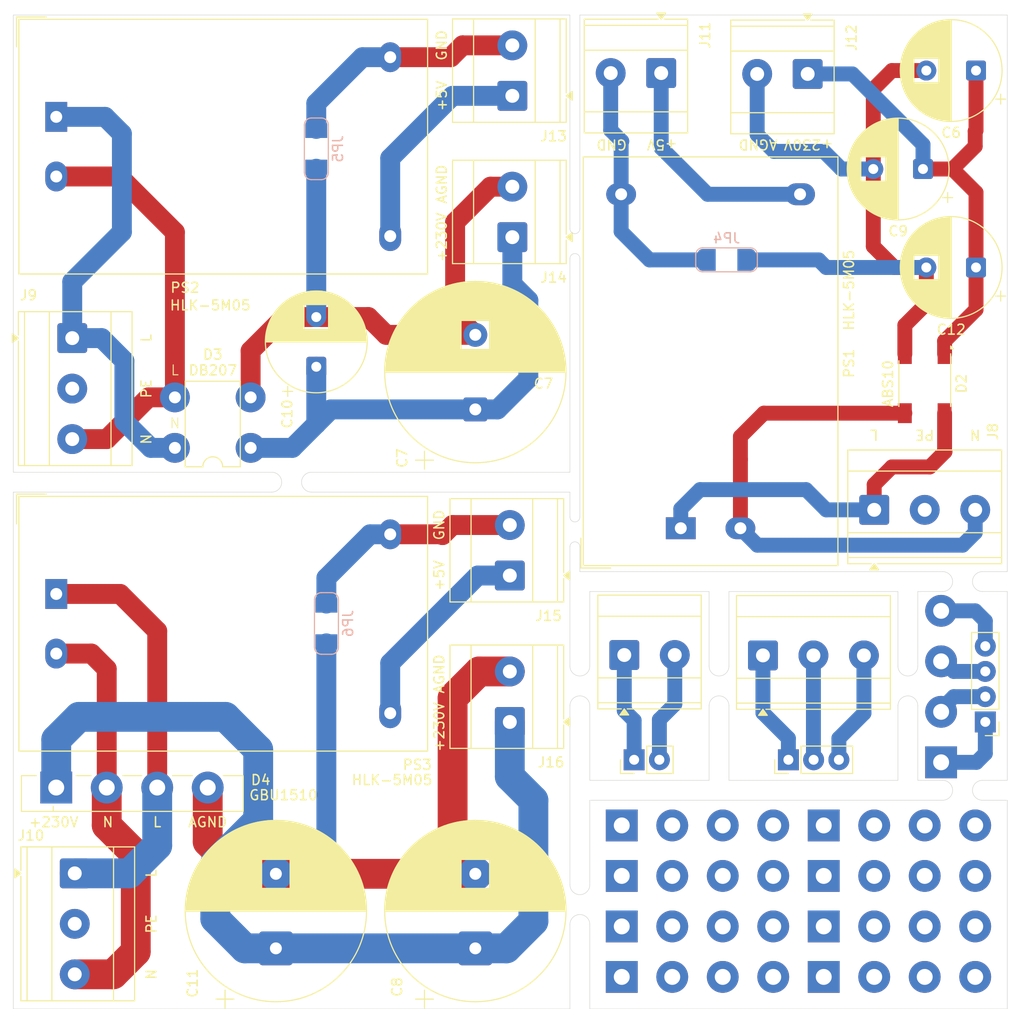
<source format=kicad_pcb>
(kicad_pcb (version 20241229) (generator "pcbnew") (generator_version "9.0")
  (layers (0 "F.Cu" signal) (2 "B.Cu" signal) (13 "F.Paste" user) (15 "B.Paste" user) (5 "F.SilkS" user "F.Silkscreen") (7 "B.SilkS" user "B.Silkscreen") (1 "F.Mask" user) (3 "B.Mask" user) (25 "Edge.Cuts" user))
  (net 0 "")
  (net 1 "/High Voltage/DC1+230V")
  (net 2 "/High Voltage/DC1-230V")
  (net 3 "/High Voltage/DC2-230V")
  (net 4 "/High Voltage/DC2+230V")
  (net 5 "/High Voltage/DC3+230V")
  (net 6 "/High Voltage/DC3-230V")
  (net 7 "/High Voltage/N1")
  (net 8 "/High Voltage/L1")
  (net 9 "/High Voltage/L2")
  (net 10 "/High Voltage/N2")
  (net 11 "/High Voltage/L3")
  (net 12 "/High Voltage/N3")
  (net 13 "/High Voltage/PE1")
  (net 14 "/High Voltage/PE2")
  (net 15 "/High Voltage/PE3")
  (net 16 "/High Voltage/DC1+5V")
  (net 17 "/High Voltage/DC1-GND")
  (net 18 "/High Voltage/DC2+5V")
  (net 19 "/High Voltage/DC2-GND")
  (net 20 "/High Voltage/DC3-GND")
  (net 21 "/High Voltage/DC3+5V")
  (net 22 "Net-(J18-Pin_2)")
  (net 23 "Net-(J18-Pin_3)")
  (net 24 "Net-(J18-Pin_1)")
  (net 25 "Net-(J19-Pin_2)")
  (net 26 "Net-(J19-Pin_1)")
  (net 59 "Net-(J1-Pin_1)")
  (net 60 "Net-(J1-Pin_3)")
  (net 61 "Net-(J1-Pin_4)")
  (net 62 "Net-(J1-Pin_2)")
  (footprint "Diode_THT:Diode_Bridge_Vishay_GBU" (layer "F.Cu") (at 131.534 126.614)
    (property "Reference" "D9" (hide yes))
    (property "Value" "GBU1510" (hide yes))
    (pad "1" thru_hole rect (at 0 0) (size 3.2 3.2) (drill 1.6) (layers "*.Cu" "*.Mask"))
    (pad "2" thru_hole circle (at 5.08 0) (size 3.2 3.2) (drill 1.6) (layers "*.Cu" "*.Mask"))
    (pad "3" thru_hole circle (at 10.16 0) (size 3.2 3.2) (drill 1.6) (layers "*.Cu" "*.Mask"))
    (pad "4" thru_hole circle (at 15.24 0) (size 3.2 3.2) (drill 1.6) (layers "*.Cu" "*.Mask"))
  )
  (footprint "Converter_ACDC:Converter_ACDC_Hi-Link_HLK-5Mxx" (layer "F.Cu") (at 54.3195 50.2455)
    (property "Reference" "PS2" (at 12.9525 17.1865 0) (layer "F.SilkS"))
    (property "Value" "HLK-5M05" (at 15.4925 18.9645 0) (layer "F.SilkS"))
    (pad "1" thru_hole rect (at 0 0) (size 2.2 3) (drill 1.2) (layers "*.Cu" "*.Mask") (net 9 "/High Voltage/L2"))
    (pad "2" thru_hole oval (at 0 6) (size 2.2 3) (drill 1.2) (layers "*.Cu" "*.Mask") (net 10 "/High Voltage/N2"))
    (pad "3" thru_hole oval (at 33.6 -6) (size 2.2 3) (drill 1.2) (layers "*.Cu" "*.Mask") (net 19 "/High Voltage/DC2-GND"))
    (pad "4" thru_hole oval (at 33.6 12) (size 2.2 3) (drill 1.2) (layers "*.Cu" "*.Mask") (net 18 "/High Voltage/DC2+5V"))
  )
  (footprint "TerminalBlock_Phoenix:TerminalBlock_Phoenix_MKDS-3-2-5.08_1x02_P5.08mm_Horizontal" (layer "F.Cu") (at 115.182 45.842 180)
    (property "Reference" "J11" (at -4.414 3.81 90) (layer "F.SilkS"))
    (property "Value" "DC-Output-5V")
    (pad "1" thru_hole roundrect (at 0 0 180) (size 3 3) (drill 1.4) (layers "*.Cu" "*.Mask") (roundrect_rratio 0.096154) (net 16 "/High Voltage/DC1+5V"))
    (pad "2" thru_hole circle (at 5.08 0 180) (size 3 3) (drill 1.4) (layers "*.Cu" "*.Mask") (net 17 "/High Voltage/DC1-GND"))
  )
  (footprint "Connector_PinHeader_2.54mm:PinHeader_1x03_P2.54mm_Vertical" (layer "F.Cu") (at 127.978 114.93 90)
    (property "Reference" "J20")
    (property "Value" "PinHeader")
    (pad "1" thru_hole rect (at 0 0 90) (size 2.1 2.1) (drill 1) (layers "*.Cu" "*.Mask") (net 24 "Net-(J18-Pin_1)"))
    (pad "2" thru_hole circle (at 0 2.54 90) (size 2.1 2.1) (drill 1) (layers "*.Cu" "*.Mask") (net 22 "Net-(J18-Pin_2)"))
    (pad "3" thru_hole circle (at 0 5.08 90) (size 2.1 2.1) (drill 1) (layers "*.Cu" "*.Mask") (net 23 "Net-(J18-Pin_3)"))
  )
  (footprint "Diode_THT:Diode_Bridge_Vishay_GBU" (layer "F.Cu") (at 131.534 131.694)
    (property "Reference" "D10" (hide yes))
    (property "Value" "GBU1510" (hide yes))
    (pad "1" thru_hole rect (at 0 0) (size 3.2 3.2) (drill 1.6) (layers "*.Cu" "*.Mask"))
    (pad "2" thru_hole circle (at 5.08 0) (size 3.2 3.2) (drill 1.6) (layers "*.Cu" "*.Mask"))
    (pad "3" thru_hole circle (at 10.16 0) (size 3.2 3.2) (drill 1.6) (layers "*.Cu" "*.Mask"))
    (pad "4" thru_hole circle (at 15.24 0) (size 3.2 3.2) (drill 1.6) (layers "*.Cu" "*.Mask"))
  )
  (footprint "Diode_THT:Diode_Bridge_Vishay_GBU" (layer "F.Cu") (at 111.214 121.534)
    (property "Reference" "D5" (hide yes))
    (property "Value" "GBU1510" (hide yes))
    (pad "1" thru_hole rect (at 0 0) (size 3.2 3.2) (drill 1.6) (layers "*.Cu" "*.Mask"))
    (pad "2" thru_hole circle (at 5.08 0) (size 3.2 3.2) (drill 1.6) (layers "*.Cu" "*.Mask"))
    (pad "3" thru_hole circle (at 10.16 0) (size 3.2 3.2) (drill 1.6) (layers "*.Cu" "*.Mask"))
    (pad "4" thru_hole circle (at 15.24 0) (size 3.2 3.2) (drill 1.6) (layers "*.Cu" "*.Mask"))
  )
  (footprint "TerminalBlock_Phoenix:TerminalBlock_Phoenix_MKDS-3-3-5.08_1x03_P5.08mm_Horizontal" (layer "F.Cu") (at 136.614 89.784)
    (property "Reference" "J8" (at 11.938 -7.874 90) (layer "F.SilkS"))
    (property "Value" "AC-Input-230V")
    (pad "1" thru_hole roundrect (at 0 0) (size 3 3) (drill 1.4) (layers "*.Cu" "*.Mask") (roundrect_rratio 0.096154) (net 8 "/High Voltage/L1"))
    (pad "2" thru_hole circle (at 5.08 0) (size 3 3) (drill 1.4) (layers "*.Cu" "*.Mask") (net 13 "/High Voltage/PE1"))
    (pad "3" thru_hole circle (at 10.16 0) (size 3 3) (drill 1.4) (layers "*.Cu" "*.Mask") (net 7 "/High Voltage/N1"))
  )
  (footprint "TerminalBlock_Phoenix:TerminalBlock_Phoenix_MKDS-3-3-5.08_1x03_P5.08mm_Horizontal" (layer "F.Cu") (at 55.9285 72.507 -90)
    (property "Reference" "J9" (at -4.313 4.4045 180) (layer "F.SilkS"))
    (property "Value" "AC-Input-230V")
    (pad "1" thru_hole roundrect (at 0 0 270) (size 3 3) (drill 1.4) (layers "*.Cu" "*.Mask") (roundrect_rratio 0.096154) (net 9 "/High Voltage/L2"))
    (pad "2" thru_hole circle (at 5.08 0 270) (size 3 3) (drill 1.4) (layers "*.Cu" "*.Mask") (net 14 "/High Voltage/PE2"))
    (pad "3" thru_hole circle (at 10.16 0 270) (size 3 3) (drill 1.4) (layers "*.Cu" "*.Mask") (net 10 "/High Voltage/N2"))
  )
  (footprint "Capacitor_THT:CP_Radial_D10.0mm_P5.00mm" (layer "F.Cu") (at 146.855677 45.588 180)
    (property "Reference" "C6" (at 2.5 -6.25 0) (layer "F.SilkS"))
    (property "Value" "6.8uF")
    (pad "1" thru_hole roundrect (at 0 0 180) (size 2 2) (drill 1) (layers "*.Cu" "*.Mask") (roundrect_rratio 0.125) (net 1 "/High Voltage/DC1+230V"))
    (pad "2" thru_hole circle (at 5 0 180) (size 2 2) (drill 1) (layers "*.Cu" "*.Mask") (net 2 "/High Voltage/DC1-230V"))
  )
  (footprint "TerminalBlock_Phoenix:TerminalBlock_Phoenix_MKDS-3-2-5.08_1x02_P5.08mm_Horizontal" (layer "F.Cu") (at 111.468 104.389)
    (property "Reference" "J19")
    (property "Value" "TerminalBlock")
    (pad "1" thru_hole roundrect (at 0 0) (size 3 3) (drill 1.4) (layers "*.Cu" "*.Mask") (roundrect_rratio 0.096154) (net 26 "Net-(J19-Pin_1)"))
    (pad "2" thru_hole circle (at 5.08 0) (size 3 3) (drill 1.4) (layers "*.Cu" "*.Mask") (net 25 "Net-(J19-Pin_2)"))
  )
  (footprint "Diode_THT:Diode_Bridge_Vishay_GBU" (layer "F.Cu") (at 54.318 117.724)
    (property "Reference" "D4" (at 20.574 -0.762 0) (layer "F.SilkS"))
    (property "Value" "GBU1510" (at 22.86 0.762 0) (layer "F.SilkS"))
    (pad "1" thru_hole rect (at 0 0) (size 3.2 3.2) (drill 1.6) (layers "*.Cu" "*.Mask") (net 5 "/High Voltage/DC3+230V"))
    (pad "2" thru_hole circle (at 5.08 0) (size 3.2 3.2) (drill 1.6) (layers "*.Cu" "*.Mask") (net 12 "/High Voltage/N3"))
    (pad "3" thru_hole circle (at 10.16 0) (size 3.2 3.2) (drill 1.6) (layers "*.Cu" "*.Mask") (net 11 "/High Voltage/L3"))
    (pad "4" thru_hole circle (at 15.24 0) (size 3.2 3.2) (drill 1.6) (layers "*.Cu" "*.Mask") (net 6 "/High Voltage/DC3-230V"))
  )
  (footprint "Capacitor_THT:CP_Radial_D18.0mm_P7.50mm" (layer "F.Cu") (at 96.482 79.67778 90)
    (property "Reference" "C7" (at 2.59378 6.858 180) (layer "F.SilkS"))
    (property "Value" "100uF")
    (fp_text user "${REFERENCE}" (at -4.89922 -7.366 90) (layer "F.SilkS"))
    (pad "1" thru_hole roundrect (at 0 0 90) (size 2.4 2.4) (drill 1.2) (layers "*.Cu" "*.Mask") (roundrect_rratio 0.104167) (net 4 "/High Voltage/DC2+230V"))
    (pad "2" thru_hole circle (at 7.5 0 90) (size 2.4 2.4) (drill 1.2) (layers "*.Cu" "*.Mask") (net 3 "/High Voltage/DC2-230V"))
  )
  (footprint "Converter_ACDC:Converter_ACDC_Hi-Link_HLK-5Mxx" (layer "F.Cu") (at 54.3195 98.2455)
    (property "Reference" "PS3" (at 36.3205 17.1925 0) (layer "F.SilkS"))
    (property "Value" "HLK-5M05" (at 33.7805 18.7165 0) (layer "F.SilkS"))
    (pad "1" thru_hole rect (at 0 0) (size 2.2 3) (drill 1.2) (layers "*.Cu" "*.Mask") (net 11 "/High Voltage/L3"))
    (pad "2" thru_hole oval (at 0 6) (size 2.2 3) (drill 1.2) (layers "*.Cu" "*.Mask") (net 12 "/High Voltage/N3"))
    (pad "3" thru_hole oval (at 33.6 -6) (size 2.2 3) (drill 1.2) (layers "*.Cu" "*.Mask") (net 20 "/High Voltage/DC3-GND"))
    (pad "4" thru_hole oval (at 33.6 12) (size 2.2 3) (drill 1.2) (layers "*.Cu" "*.Mask") (net 21 "/High Voltage/DC3+5V"))
  )
  (footprint "Diode_THT:Diode_Bridge_Vishay_GBU" (layer "F.Cu") (at 111.214 131.694)
    (property "Reference" "D7" (hide yes))
    (property "Value" "GBU1510" (hide yes))
    (pad "1" thru_hole rect (at 0 0) (size 3.2 3.2) (drill 1.6) (layers "*.Cu" "*.Mask"))
    (pad "2" thru_hole circle (at 5.08 0) (size 3.2 3.2) (drill 1.6) (layers "*.Cu" "*.Mask"))
    (pad "3" thru_hole circle (at 10.16 0) (size 3.2 3.2) (drill 1.6) (layers "*.Cu" "*.Mask"))
    (pad "4" thru_hole circle (at 15.24 0) (size 3.2 3.2) (drill 1.6) (layers "*.Cu" "*.Mask"))
  )
  (footprint "Diode_THT:Diode_Bridge_Vishay_GBU" (layer "F.Cu") (at 111.214 136.774)
    (property "Reference" "D8" (hide yes))
    (property "Value" "GBU1510" (hide yes))
    (pad "1" thru_hole rect (at 0 0) (size 3.2 3.2) (drill 1.6) (layers "*.Cu" "*.Mask"))
    (pad "2" thru_hole circle (at 5.08 0) (size 3.2 3.2) (drill 1.6) (layers "*.Cu" "*.Mask"))
    (pad "3" thru_hole circle (at 10.16 0) (size 3.2 3.2) (drill 1.6) (layers "*.Cu" "*.Mask"))
    (pad "4" thru_hole circle (at 15.24 0) (size 3.2 3.2) (drill 1.6) (layers "*.Cu" "*.Mask"))
  )
  (footprint "Capacitor_THT:CP_Radial_D18.0mm_P7.50mm" (layer "F.Cu") (at 76.416 133.90178 90)
    (property "Reference" "C11" (at -3.50722 -8.382 90) (layer "F.SilkS"))
    (property "Value" "100uF")
    (pad "1" thru_hole roundrect (at 0 0 90) (size 3.4 3.4) (drill 1.2) (layers "*.Cu" "*.Mask") (roundrect_rratio 0.104167) (net 5 "/High Voltage/DC3+230V"))
    (pad "2" thru_hole circle (at 7.5 0 90) (size 3.4 3.4) (drill 1.2) (layers "*.Cu" "*.Mask") (net 6 "/High Voltage/DC3-230V"))
  )
  (footprint "TerminalBlock_Phoenix:TerminalBlock_Phoenix_MKDS-3-3-5.08_1x03_P5.08mm_Horizontal" (layer "F.Cu") (at 125.418 104.4295)
    (property "Reference" "J18")
    (property "Value" "TerminalBlock")
    (pad "1" thru_hole roundrect (at 0 0) (size 3 3) (drill 1.4) (layers "*.Cu" "*.Mask") (roundrect_rratio 0.096154) (net 24 "Net-(J18-Pin_1)"))
    (pad "2" thru_hole circle (at 5.08 0) (size 3 3) (drill 1.4) (layers "*.Cu" "*.Mask") (net 22 "Net-(J18-Pin_2)"))
    (pad "3" thru_hole circle (at 10.16 0) (size 3 3) (drill 1.4) (layers "*.Cu" "*.Mask") (net 23 "Net-(J18-Pin_3)"))
  )
  (footprint "TerminalBlock_Phoenix:TerminalBlock_Phoenix_MKDS-3-2-5.08_1x02_P5.08mm_Horizontal" (layer "F.Cu") (at 99.9515 96.393 90)
    (property "Reference" "J15" (at -4.059 3.8965 180) (layer "F.SilkS"))
    (property "Value" "DC-Output-5V")
    (pad "1" thru_hole roundrect (at 0 0 90) (size 3 3) (drill 1.4) (layers "*.Cu" "*.Mask") (roundrect_rratio 0.096154) (net 21 "/High Voltage/DC3+5V"))
    (pad "2" thru_hole circle (at 5.08 0 90) (size 3 3) (drill 1.4) (layers "*.Cu" "*.Mask") (net 20 "/High Voltage/DC3-GND"))
  )
  (footprint "Diode_SMD:Diode_Bridge_Diotec_ABS" (layer "F.Cu") (at 141.694 77.084 -90)
    (property "Reference" "D2" (at 0 -3.7 90) (layer "F.SilkS"))
    (property "Value" "ABS10" (at 0 3.7 90) (layer "F.SilkS"))
    (pad "1" smd rect (at -2.975 -2 270) (size 2 1.4) (layers "F.Cu" "F.Mask" "F.Paste") (net 1 "/High Voltage/DC1+230V"))
    (pad "2" smd rect (at -2.975 2 270) (size 2 1.4) (layers "F.Cu" "F.Mask" "F.Paste") (net 2 "/High Voltage/DC1-230V"))
    (pad "3" smd rect (at 2.975 2 270) (size 2 1.4) (layers "F.Cu" "F.Mask" "F.Paste") (net 7 "/High Voltage/N1"))
    (pad "4" smd rect (at 2.975 -2 270) (size 2 1.4) (layers "F.Cu" "F.Mask" "F.Paste") (net 8 "/High Voltage/L1"))
  )
  (footprint "Diode_THT:Diode_Bridge_Vishay_GBU" (layer "F.Cu") (at 143.345 115.184 90)
    (property "Reference" "J1" (hide yes))
    (property "Value" "PinHeader" (hide yes))
    (pad "1" thru_hole rect (at 0 0 90) (size 3.2 3.2) (drill 1.6) (layers "*.Cu" "*.Mask") (net 59 "Net-(J1-Pin_1)"))
    (pad "2" thru_hole circle (at 5.08 0 90) (size 3.2 3.2) (drill 1.6) (layers "*.Cu" "*.Mask") (net 62 "Net-(J1-Pin_2)"))
    (pad "3" thru_hole circle (at 10.16 0 90) (size 3.2 3.2) (drill 1.6) (layers "*.Cu" "*.Mask") (net 60 "Net-(J1-Pin_3)"))
    (pad "4" thru_hole circle (at 15.24 0 90) (size 3.2 3.2) (drill 1.6) (layers "*.Cu" "*.Mask") (net 61 "Net-(J1-Pin_4)"))
  )
  (footprint "Diode_THT:Diode_Bridge_Vishay_GBU" (layer "F.Cu") (at 131.534 136.774)
    (property "Reference" "D11" (hide yes))
    (property "Value" "GBU1510" (hide yes))
    (pad "1" thru_hole rect (at 0 0) (size 3.2 3.2) (drill 1.6) (layers "*.Cu" "*.Mask"))
    (pad "2" thru_hole circle (at 5.08 0) (size 3.2 3.2) (drill 1.6) (layers "*.Cu" "*.Mask"))
    (pad "3" thru_hole circle (at 10.16 0) (size 3.2 3.2) (drill 1.6) (layers "*.Cu" "*.Mask"))
    (pad "4" thru_hole circle (at 15.24 0) (size 3.2 3.2) (drill 1.6) (layers "*.Cu" "*.Mask"))
  )
  (footprint "Capacitor_THT:CP_Radial_D18.0mm_P7.50mm" (layer "F.Cu") (at 96.482 133.90178 90)
    (property "Reference" "C8" (at -3.88822 -7.874 90) (layer "F.SilkS"))
    (property "Value" "100uF")
    (pad "1" thru_hole roundrect (at 0 0 90) (size 3.4 3.4) (drill 1.2) (layers "*.Cu" "*.Mask") (roundrect_rratio 0.104167) (net 5 "/High Voltage/DC3+230V"))
    (pad "2" thru_hole circle (at 7.5 0 90) (size 3.4 3.4) (drill 1.2) (layers "*.Cu" "*.Mask") (net 6 "/High Voltage/DC3-230V"))
  )
  (footprint "TerminalBlock_Phoenix:TerminalBlock_Phoenix_MKDS-3-2-5.08_1x02_P5.08mm_Horizontal" (layer "F.Cu") (at 129.919 45.9285 180)
    (property "Reference" "J12" (at -4.409 3.6425 90) (layer "F.SilkS"))
    (property "Value" "DC-Output-230V")
    (pad "1" thru_hole roundrect (at 0 0 180) (size 3 3) (drill 1.4) (layers "*.Cu" "*.Mask") (roundrect_rratio 0.096154) (net 1 "/High Voltage/DC1+230V"))
    (pad "2" thru_hole circle (at 5.08 0 180) (size 3 3) (drill 1.4) (layers "*.Cu" "*.Mask") (net 2 "/High Voltage/DC1-230V"))
  )
  (footprint "TerminalBlock_Phoenix:TerminalBlock_Phoenix_MKDS-3-2-5.08_1x02_P5.08mm_Horizontal" (layer "F.Cu") (at 99.9515 111.125 90)
    (property "Reference" "J16" (at -4.059 4.1505 180) (layer "F.SilkS"))
    (property "Value" "DC-Output-230V")
    (pad "1" thru_hole roundrect (at 0 0 90) (size 3 3) (drill 1.4) (layers "*.Cu" "*.Mask") (roundrect_rratio 0.096154) (net 5 "/High Voltage/DC3+230V"))
    (pad "2" thru_hole circle (at 5.08 0 90) (size 3 3) (drill 1.4) (layers "*.Cu" "*.Mask") (net 6 "/High Voltage/DC3-230V"))
  )
  (footprint "TerminalBlock_Phoenix:TerminalBlock_Phoenix_MKDS-3-2-5.08_1x02_P5.08mm_Horizontal" (layer "F.Cu") (at 100.2055 48.133 90)
    (property "Reference" "J13" (at -4.059 4.1505 180) (layer "F.SilkS"))
    (property "Value" "DC-Output-5V")
    (pad "1" thru_hole roundrect (at 0 0 90) (size 3 3) (drill 1.4) (layers "*.Cu" "*.Mask") (roundrect_rratio 0.096154) (net 18 "/High Voltage/DC2+5V"))
    (pad "2" thru_hole circle (at 5.08 0 90) (size 3 3) (drill 1.4) (layers "*.Cu" "*.Mask") (net 19 "/High Voltage/DC2-GND"))
  )
  (footprint "Diode_THT:Diode_Bridge_Vishay_GBU" (layer "F.Cu") (at 131.534 121.534)
    (property "Reference" "D1" (hide yes))
    (property "Value" "GBU1510" (hide yes))
    (pad "1" thru_hole rect (at 0 0) (size 3.2 3.2) (drill 1.6) (layers "*.Cu" "*.Mask"))
    (pad "2" thru_hole circle (at 5.08 0) (size 3.2 3.2) (drill 1.6) (layers "*.Cu" "*.Mask"))
    (pad "3" thru_hole circle (at 10.16 0) (size 3.2 3.2) (drill 1.6) (layers "*.Cu" "*.Mask"))
    (pad "4" thru_hole circle (at 15.24 0) (size 3.2 3.2) (drill 1.6) (layers "*.Cu" "*.Mask"))
  )
  (footprint "Capacitor_THT:CP_Radial_D10.0mm_P5.00mm" (layer "F.Cu") (at 146.855677 65.4 180)
    (property "Reference" "C12" (at 2.5 -6.25 0) (layer "F.SilkS"))
    (property "Value" "6.8uF")
    (pad "1" thru_hole roundrect (at 0 0 180) (size 2 2) (drill 1) (layers "*.Cu" "*.Mask") (roundrect_rratio 0.125) (net 1 "/High Voltage/DC1+230V"))
    (pad "2" thru_hole circle (at 5 0 180) (size 2 2) (drill 1) (layers "*.Cu" "*.Mask") (net 2 "/High Voltage/DC1-230V"))
  )
  (footprint "Connector_PinHeader_2.54mm:PinHeader_1x02_P2.54mm_Vertical" (layer "F.Cu") (at 112.46 114.93 90)
    (property "Reference" "J21")
    (property "Value" "PinHeader")
    (pad "1" thru_hole rect (at 0 0 90) (size 2.1 2.1) (drill 1) (layers "*.Cu" "*.Mask") (net 26 "Net-(J19-Pin_1)"))
    (pad "2" thru_hole circle (at 0 2.54 90) (size 2.1 2.1) (drill 1) (layers "*.Cu" "*.Mask") (net 25 "Net-(J19-Pin_2)"))
  )
  (footprint "Diode_THT:Diode_Bridge_DIP-4_W7.62mm_P5.08mm" (layer "F.Cu") (at 73.876 83.548 180)
    (property "Reference" "D3" (at 3.81 9.385 0) (layer "F.SilkS"))
    (property "Value" "DB207" (at 3.8 7.8 0) (layer "F.SilkS"))
    (pad "1" thru_hole oval (at 0 0 180) (size 3 3) (drill 1.2) (layers "*.Cu" "*.Mask") (net 4 "/High Voltage/DC2+230V"))
    (pad "2" thru_hole oval (at 0 5.08 180) (size 3 3) (drill 1.2) (layers "*.Cu" "*.Mask") (net 3 "/High Voltage/DC2-230V"))
    (pad "3" thru_hole oval (at 7.62 5.08 180) (size 3 3) (drill 1.2) (layers "*.Cu" "*.Mask") (net 10 "/High Voltage/N2"))
    (pad "4" thru_hole oval (at 7.62 0 180) (size 3 3) (drill 1.2) (layers "*.Cu" "*.Mask") (net 9 "/High Voltage/L2"))
  )
  (footprint "Capacitor_THT:CP_Radial_D10.0mm_P5.00mm" (layer "F.Cu") (at 80.48 75.387677 90)
    (property "Reference" "C10" (at -4.744323 -2.921 90) (layer "F.SilkS"))
    (property "Value" "6.8uF")
    (pad "1" thru_hole roundrect (at 0 0 90) (size 2 2) (drill 1) (layers "*.Cu" "*.Mask") (roundrect_rratio 0.125) (net 4 "/High Voltage/DC2+230V"))
    (pad "2" thru_hole circle (at 5 0 90) (size 2 2) (drill 1) (layers "*.Cu" "*.Mask") (net 3 "/High Voltage/DC2-230V"))
  )
  (footprint "TerminalBlock_Phoenix:TerminalBlock_Phoenix_MKDS-3-3-5.08_1x03_P5.08mm_Horizontal" (layer "F.Cu") (at 56.1825 126.355 -90)
    (property "Reference" "J10" (at -3.805 4.4045 180) (layer "F.SilkS"))
    (property "Value" "AC-Input-230V")
    (pad "1" thru_hole roundrect (at 0 0 270) (size 3 3) (drill 1.4) (layers "*.Cu" "*.Mask") (roundrect_rratio 0.096154) (net 11 "/High Voltage/L3"))
    (pad "2" thru_hole circle (at 5.08 0 270) (size 3 3) (drill 1.4) (layers "*.Cu" "*.Mask") (net 15 "/High Voltage/PE3"))
    (pad "3" thru_hole circle (at 10.16 0 270) (size 3 3) (drill 1.4) (layers "*.Cu" "*.Mask") (net 12 "/High Voltage/N3"))
  )
  (footprint "TerminalBlock_Phoenix:TerminalBlock_Phoenix_MKDS-3-2-5.08_1x02_P5.08mm_Horizontal" (layer "F.Cu") (at 100.2055 62.352 90)
    (property "Reference" "J14" (at -4.064 4.1505 180) (layer "F.SilkS"))
    (property "Value" "DC-Output-230V")
    (pad "1" thru_hole roundrect (at 0 0 90) (size 3 3) (drill 1.4) (layers "*.Cu" "*.Mask") (roundrect_rratio 0.096154) (net 4 "/High Voltage/DC2+230V"))
    (pad "2" thru_hole circle (at 5.08 0 90) (size 3 3) (drill 1.4) (layers "*.Cu" "*.Mask") (net 3 "/High Voltage/DC2-230V"))
  )
  (footprint "Connector_PinHeader_2.54mm:PinHeader_1x04_P2.54mm_Vertical" (layer "F.Cu") (at 147.79 111.12 180)
    (property "Reference" "J2")
    (property "Value" "PinHeader")
    (pad "1" thru_hole rect (at 0 0 180) (size 2.1 2.1) (drill 1) (layers "*.Cu" "*.Mask") (net 59 "Net-(J1-Pin_1)"))
    (pad "2" thru_hole circle (at 0 2.54 180) (size 2.1 2.1) (drill 1) (layers "*.Cu" "*.Mask") (net 62 "Net-(J1-Pin_2)"))
    (pad "3" thru_hole circle (at 0 5.08 180) (size 2.1 2.1) (drill 1) (layers "*.Cu" "*.Mask") (net 60 "Net-(J1-Pin_3)"))
    (pad "4" thru_hole circle (at 0 7.62 180) (size 2.1 2.1) (drill 1) (layers "*.Cu" "*.Mask") (net 61 "Net-(J1-Pin_4)"))
  )
  (footprint "Capacitor_THT:CP_Radial_D10.0mm_P5.00mm" (layer "F.Cu") (at 141.521677 55.494 180)
    (property "Reference" "C9" (at 2.5 -6.25 0) (layer "F.SilkS"))
    (property "Value" "6.8uF")
    (pad "1" thru_hole roundrect (at 0 0 180) (size 2 2) (drill 1) (layers "*.Cu" "*.Mask") (roundrect_rratio 0.125) (net 1 "/High Voltage/DC1+230V"))
    (pad "2" thru_hole circle (at 5 0 180) (size 2 2) (drill 1) (layers "*.Cu" "*.Mask") (net 2 "/High Voltage/DC1-230V"))
  )
  (footprint "Converter_ACDC:Converter_ACDC_Hi-Link_HLK-5Mxx" (layer "F.Cu") (at 117.152 91.634 90)
    (property "Reference" "PS1" (at 16.582 16.922 90) (layer "F.SilkS"))
    (property "Value" "HLK-5M05" (at 23.948 16.922 90) (layer "F.SilkS"))
    (pad "1" thru_hole rect (at 0 0 90) (size 2.2 3) (drill 1.2) (layers "*.Cu" "*.Mask") (net 8 "/High Voltage/L1"))
    (pad "2" thru_hole oval (at 0 6 90) (size 2.2 3) (drill 1.2) (layers "*.Cu" "*.Mask") (net 7 "/High Voltage/N1"))
    (pad "3" thru_hole oval (at 33.6 -6 90) (size 2.2 3) (drill 1.2) (layers "*.Cu" "*.Mask") (net 17 "/High Voltage/DC1-GND"))
    (pad "4" thru_hole oval (at 33.6 12 90) (size 2.2 3) (drill 1.2) (layers "*.Cu" "*.Mask") (net 16 "/High Voltage/DC1+5V"))
  )
  (footprint "Diode_THT:Diode_Bridge_Vishay_GBU" (layer "F.Cu") (at 111.214 126.614)
    (property "Reference" "D6" (hide yes))
    (property "Value" "GBU1510" (hide yes))
    (pad "1" thru_hole rect (at 0 0) (size 3.2 3.2) (drill 1.6) (layers "*.Cu" "*.Mask"))
    (pad "2" thru_hole circle (at 5.08 0) (size 3.2 3.2) (drill 1.6) (layers "*.Cu" "*.Mask"))
    (pad "3" thru_hole circle (at 10.16 0) (size 3.2 3.2) (drill 1.6) (layers "*.Cu" "*.Mask"))
    (pad "4" thru_hole circle (at 15.24 0) (size 3.2 3.2) (drill 1.6) (layers "*.Cu" "*.Mask"))
  )
  (footprint "zhaw:SolderJumper-2" (layer "B.Cu") (at 80.48 53.462 90)
    (property "Reference" "JP5" (at -0.01 2.18 270) (layer "B.SilkS") (effects (justify mirror)))
    (property "Value" "Jump-")
    (pad "1" smd custom (at -2 0 90) (size 1.82 1.2) (layers "B.Cu" "B.Mask") (net 3 "/High Voltage/DC2-230V") (options (clearance outline) (anchor rect)) (primitives (gr_circle (center -0.4125 -0.6) (end -0.4125 -1.1) (width 0) (fill yes)) (gr_circle (center -0.4125 0.6) (end -0.4125 1.1) (width 0) (fill yes)) (gr_poly (pts (xy 0.91 -1.1) (xy -0.4 -1.1) (xy -0.4 1.1) (xy 0.91 1.1)) (width 0) (fill yes))))
    (pad "2" smd custom (at 2 0 90) (size 1.82 1.2) (layers "B.Cu" "B.Mask") (net 19 "/High Voltage/DC2-GND") (options (clearance outline) (anchor rect)) (primitives (gr_circle (center 0.41 0.6) (end 0.91 0.6) (width 0) (fill yes)) (gr_circle (center 0.41 -0.6) (end 0.91 -0.6) (width 0) (fill yes)) (gr_poly (pts (xy 0.41 -1.1) (xy -0.91 -1.1) (xy -0.91 1.1) (xy 0.41 1.1)) (width 0) (fill yes))))
  )
  (footprint "zhaw:SolderJumper-2" (layer "B.Cu") (at 121.755 64.638 180)
    (property "Reference" "JP4" (at -0.01 2.18 0) (layer "B.SilkS") (effects (justify mirror)))
    (property "Value" "Jump-")
    (pad "1" smd custom (at -2 0 180) (size 1.82 1.2) (layers "B.Cu" "B.Mask") (net 2 "/High Voltage/DC1-230V") (options (clearance outline) (anchor rect)) (primitives (gr_circle (center -0.4125 -0.6) (end -0.4125 -1.1) (width 0) (fill yes)) (gr_circle (center -0.4125 0.6) (end -0.4125 1.1) (width 0) (fill yes)) (gr_poly (pts (xy 0.91 -1.1) (xy -0.4 -1.1) (xy -0.4 1.1) (xy 0.91 1.1)) (width 0) (fill yes))))
    (pad "2" smd custom (at 2 0 180) (size 1.82 1.2) (layers "B.Cu" "B.Mask") (net 17 "/High Voltage/DC1-GND") (options (clearance outline) (anchor rect)) (primitives (gr_circle (center 0.41 0.6) (end 0.91 0.6) (width 0) (fill yes)) (gr_circle (center 0.41 -0.6) (end 0.91 -0.6) (width 0) (fill yes)) (gr_poly (pts (xy 0.41 -1.1) (xy -0.91 -1.1) (xy -0.91 1.1) (xy 0.41 1.1)) (width 0) (fill yes))))
  )
  (footprint "zhaw:SolderJumper-2" (layer "B.Cu") (at 81.496 101.214 90)
    (property "Reference" "JP6" (at -0.01 2.18 270) (layer "B.SilkS") (effects (justify mirror)))
    (property "Value" "Jump-")
    (pad "1" smd custom (at -2 0 90) (size 1.82 1.2) (layers "B.Cu" "B.Mask") (net 6 "/High Voltage/DC3-230V") (options (clearance outline) (anchor rect)) (primitives (gr_circle (center -0.4125 -0.6) (end -0.4125 -1.1) (width 0) (fill yes)) (gr_circle (center -0.4125 0.6) (end -0.4125 1.1) (width 0) (fill yes)) (gr_poly (pts (xy 0.91 -1.1) (xy -0.4 -1.1) (xy -0.4 1.1) (xy 0.91 1.1)) (width 0) (fill yes))))
    (pad "2" smd custom (at 2 0 90) (size 1.82 1.2) (layers "B.Cu" "B.Mask") (net 20 "/High Voltage/DC3-GND") (options (clearance outline) (anchor rect)) (primitives (gr_circle (center 0.41 0.6) (end 0.91 0.6) (width 0) (fill yes)) (gr_circle (center 0.41 -0.6) (end 0.91 -0.6) (width 0) (fill yes)) (gr_poly (pts (xy 0.41 -1.1) (xy -0.91 -1.1) (xy -0.91 1.1) (xy 0.41 1.1)) (width 0) (fill yes))))
  )
  (gr_arc (start 107 61.5) (mid 106.5 62) (end 106 61.5) (stroke (width 0.05)) (layer "Edge.Cuts"))
  (gr_line (start 107 61.5) (end 107 40) (stroke (width 0.05)) (layer "Edge.Cuts"))
  (gr_line (start 107 96) (end 143.5 96) (stroke (width 0.05)) (layer "Edge.Cuts"))
  (gr_line (start 107 93.5) (end 107 96) (stroke (width 0.05)) (layer "Edge.Cuts"))
  (gr_line (start 50 40) (end 106 40) (stroke (width 0.05)) (layer "Edge.Cuts"))
  (gr_line (start 108 98) (end 108 105.5) (stroke (width 0.05)) (layer "Edge.Cuts"))
  (gr_arc (start 106 64.5) (mid 106.5 64) (end 107 64.5) (stroke (width 0.05)) (layer "Edge.Cuts"))
  (gr_line (start 150 40) (end 150 96) (stroke (width 0.05)) (layer "Edge.Cuts"))
  (gr_line (start 106 131.5) (end 106 140) (stroke (width 0.05)) (layer "Edge.Cuts"))
  (gr_line (start 50 140) (end 50 88) (stroke (width 0.05)) (layer "Edge.Cuts"))
  (gr_line (start 139 109.5) (end 139 117) (stroke (width 0.05)) (layer "Edge.Cuts"))
  (gr_line (start 107 64.5) (end 107 90.5) (stroke (width 0.05)) (layer "Edge.Cuts"))
  (gr_line (start 80 88) (end 106 88) (stroke (width 0.05)) (layer "Edge.Cuts"))
  (gr_line (start 141 98) (end 141 105.5) (stroke (width 0.05)) (layer "Edge.Cuts"))
  (gr_line (start 120 98) (end 120 105.5) (stroke (width 0.05)) (layer "Edge.Cuts"))
  (gr_arc (start 106 93.5) (mid 106.5 93) (end 107 93.5) (stroke (width 0.05)) (layer "Edge.Cuts"))
  (gr_line (start 108 119) (end 108 127.5) (stroke (width 0.05)) (layer "Edge.Cuts"))
  (gr_line (start 106 64.5) (end 106 86) (stroke (width 0.05)) (layer "Edge.Cuts"))
  (gr_line (start 147.5 119) (end 150 119) (stroke (width 0.05)) (layer "Edge.Cuts"))
  (gr_line (start 108 109.5) (end 108 117) (stroke (width 0.05)) (layer "Edge.Cuts"))
  (gr_line (start 106 88) (end 106 90.5) (stroke (width 0.05)) (layer "Edge.Cuts"))
  (gr_line (start 108 140) (end 150 140) (stroke (width 0.05)) (layer "Edge.Cuts"))
  (gr_arc (start 106 131.5) (mid 107 130.5) (end 108 131.5) (stroke (width 0.05)) (layer "Edge.Cuts"))
  (gr_arc (start 139 109.5) (mid 140 108.5) (end 141 109.5) (stroke (width 0.05)) (layer "Edge.Cuts"))
  (gr_arc (start 147.5 98) (mid 146.5 97) (end 147.5 96) (stroke (width 0.05)) (layer "Edge.Cuts"))
  (gr_arc (start 80 88) (mid 79 87) (end 80 86) (stroke (width 0.05)) (layer "Edge.Cuts"))
  (gr_line (start 76 86) (end 50 86) (stroke (width 0.05)) (layer "Edge.Cuts"))
  (gr_arc (start 120 109.5) (mid 121 108.5) (end 122 109.5) (stroke (width 0.05)) (layer "Edge.Cuts"))
  (gr_arc (start 106 109.5) (mid 107 108.5) (end 108 109.5) (stroke (width 0.05)) (layer "Edge.Cuts"))
  (gr_line (start 106 109.5) (end 106 127.5) (stroke (width 0.05)) (layer "Edge.Cuts"))
  (gr_line (start 139 105.5) (end 139 98) (stroke (width 0.05)) (layer "Edge.Cuts"))
  (gr_line (start 122 117) (end 139 117) (stroke (width 0.05)) (layer "Edge.Cuts"))
  (gr_line (start 143.5 98) (end 141 98) (stroke (width 0.05)) (layer "Edge.Cuts"))
  (gr_line (start 147.5 117) (end 150 117) (stroke (width 0.05)) (layer "Edge.Cuts"))
  (gr_line (start 122 98) (end 122 105.5) (stroke (width 0.05)) (layer "Edge.Cuts"))
  (gr_arc (start 122 105.5) (mid 121 106.5) (end 120 105.5) (stroke (width 0.05)) (layer "Edge.Cuts"))
  (gr_arc (start 147.5 119) (mid 146.5 118) (end 147.5 117) (stroke (width 0.05)) (layer "Edge.Cuts"))
  (gr_arc (start 107 90.5) (mid 106.5 91) (end 106 90.5) (stroke (width 0.05)) (layer "Edge.Cuts"))
  (gr_line (start 108 119) (end 143.5 119) (stroke (width 0.05)) (layer "Edge.Cuts"))
  (gr_arc (start 108 105.5) (mid 107 106.5) (end 106 105.5) (stroke (width 0.05)) (layer "Edge.Cuts"))
  (gr_line (start 122 109.5) (end 122 117) (stroke (width 0.05)) (layer "Edge.Cuts"))
  (gr_arc (start 76 86) (mid 77 87) (end 76 88) (stroke (width 0.05)) (layer "Edge.Cuts"))
  (gr_arc (start 143.5 96) (mid 144.5 97) (end 143.5 98) (stroke (width 0.05)) (layer "Edge.Cuts"))
  (gr_line (start 107 40) (end 150 40) (stroke (width 0.05)) (layer "Edge.Cuts"))
  (gr_line (start 108 131.5) (end 108 140) (stroke (width 0.05)) (layer "Edge.Cuts"))
  (gr_line (start 106 140) (end 50 140) (stroke (width 0.05)) (layer "Edge.Cuts"))
  (gr_line (start 80 86) (end 106 86) (stroke (width 0.05)) (layer "Edge.Cuts"))
  (gr_line (start 141 109.5) (end 141 117) (stroke (width 0.05)) (layer "Edge.Cuts"))
  (gr_line (start 141 117) (end 143.5 117) (stroke (width 0.05)) (layer "Edge.Cuts"))
  (gr_line (start 150 140) (end 150 119) (stroke (width 0.05)) (layer "Edge.Cuts"))
  (gr_arc (start 108 127.5) (mid 107 128.5) (end 106 127.5) (stroke (width 0.05)) (layer "Edge.Cuts"))
  (gr_line (start 76 88) (end 50 88) (stroke (width 0.05)) (layer "Edge.Cuts"))
  (gr_line (start 147.5 96) (end 150 96) (stroke (width 0.05)) (layer "Edge.Cuts"))
  (gr_line (start 106 40) (end 106 61.5) (stroke (width 0.05)) (layer "Edge.Cuts"))
  (gr_line (start 120 98) (end 108 98) (stroke (width 0.05)) (layer "Edge.Cuts"))
  (gr_line (start 106 93.5) (end 106 105.5) (stroke (width 0.05)) (layer "Edge.Cuts"))
  (gr_line (start 139 98) (end 122 98) (stroke (width 0.05)) (layer "Edge.Cuts"))
  (gr_line (start 150 117) (end 150 98) (stroke (width 0.05)) (layer "Edge.Cuts"))
  (gr_line (start 150 98) (end 147.5 98) (stroke (width 0.05)) (layer "Edge.Cuts"))
  (gr_arc (start 141 105.5) (mid 140 106.5) (end 139 105.5) (stroke (width 0.05)) (layer "Edge.Cuts"))
  (gr_line (start 50 86) (end 50 40) (stroke (width 0.05)) (layer "Edge.Cuts"))
  (gr_line (start 120 109.5) (end 120 117) (stroke (width 0.05)) (layer "Edge.Cuts"))
  (gr_arc (start 143.5 117) (mid 144.5 118) (end 143.5 119) (stroke (width 0.05)) (layer "Edge.Cuts"))
  (gr_line (start 120 117) (end 108 117) (stroke (width 0.05)) (layer "Edge.Cuts"))
  (gr_text "N" (at 58.89 121.788 0) (layer "F.SilkS") (effects (font (size 1 1)) (justify left bottom)))
  (gr_text "PE" (at 64.478 131.44 90) (layer "F.SilkS") (effects (font (size 1 1)) (justify bottom)))
  (gr_text "+230V" (at 54.064 121.788 0) (layer "F.SilkS") (effects (font (size 1 1)) (justify bottom)))
  (gr_text "AGND" (at 124.93 52.446 180) (layer "F.SilkS") (effects (font (size 1 1)) (justify bottom)))
  (gr_text "L" (at 63.97 121.788 0) (layer "F.SilkS") (effects (font (size 1 1)) (justify left bottom)))
  (gr_text "GND" (at 110.198 52.446 180) (layer "F.SilkS") (effects (font (size 1 1)) (justify bottom)))
  (gr_text "+230V" (at 130.01 52.446 180) (layer "F.SilkS") (effects (font (size 1 1)) (justify bottom)))
  (gr_text "L" (at 136.614 81.656 180) (layer "F.SilkS") (effects (font (size 1 1)) (justify bottom)))
  (gr_text "N" (at 66.256 81.656 0) (layer "F.SilkS") (effects (font (size 1 1) (thickness 0.1)) (justify bottom)))
  (gr_text "N" (at 146.774 81.656 180) (layer "F.SilkS") (effects (font (size 1 1)) (justify bottom)))
  (gr_text "N" (at 63.97 82.672 90) (layer "F.SilkS") (effects (font (size 1 1)) (justify bottom)))
  (gr_text "GND" (at 93.688 43.048 90) (layer "F.SilkS") (effects (font (size 1 1)) (justify bottom)))
  (gr_text "PE" (at 141.694 81.656 180) (layer "F.SilkS") (effects (font (size 1 1)) (justify bottom)))
  (gr_text "N" (at 64.478 136.52 90) (layer "F.SilkS") (effects (font (size 1 1)) (justify bottom)))
  (gr_text "+230V" (at 93.434 111.628 90) (layer "F.SilkS") (effects (font (size 1 1)) (justify bottom)))
  (gr_text "L" (at 64.478 126.36 90) (layer "F.SilkS") (effects (font (size 1 1)) (justify bottom)))
  (gr_text "AGND" (at 93.434 106.294 90) (layer "F.SilkS") (effects (font (size 1 1)) (justify bottom)))
  (gr_text "L" (at 63.97 72.512 90) (layer "F.SilkS") (effects (font (size 1 1)) (justify bottom)))
  (gr_text "L" (at 66.256 76.322 0) (layer "F.SilkS") (effects (font (size 1 1) (thickness 0.1)) (justify bottom)))
  (gr_text "PE" (at 63.97 77.592 90) (layer "F.SilkS") (effects (font (size 1 1)) (justify bottom)))
  (gr_text "GND" (at 93.434 91.308 90) (layer "F.SilkS") (effects (font (size 1 1)) (justify bottom)))
  (gr_text "+5V" (at 93.434 96.388 90) (layer "F.SilkS") (effects (font (size 1 1)) (justify bottom)))
  (gr_text "+230V" (at 93.688 62.352 90) (layer "F.SilkS") (effects (font (size 1 1)) (justify bottom)))
  (gr_text "AGND" (at 69.558 121.788 0) (layer "F.SilkS") (effects (font (size 1 1)) (justify bottom)))
  (gr_text "+5V" (at 115.278 52.446 180) (layer "F.SilkS") (effects (font (size 1 1)) (justify bottom)))
  (gr_text "AGND" (at 93.688 57.018 90) (layer "F.SilkS") (effects (font (size 1 1)) (justify bottom)))
  (gr_text "+5V" (at 93.688 48.128 90) (layer "F.SilkS") (effects (font (size 1 1)) (justify bottom)))
  (segment (start 146.774 51.684) (end 146.855677 51.602323) (width 1.5) (layer "F.Cu") (net 1))
  (segment (start 146.774 53.208) (end 146.774 51.684) (width 1.5) (layer "F.Cu") (net 1))
  (segment (start 146.855677 51.602323) (end 146.855677 45.588) (width 1.5) (layer "F.Cu") (net 1))
  (segment (start 144.488 55.494) (end 146.774 53.208) (width 1.5) (layer "F.Cu") (net 1))
  (segment (start 143.694 72.798) (end 146.855677 69.636323) (width 1.5) (layer "F.Cu") (net 1))
  (segment (start 143.694 74.109) (end 143.694 72.798) (width 1.5) (layer "F.Cu") (net 1))
  (segment (start 146.855677 65.4) (end 146.855677 57.861677) (width 1.5) (layer "F.Cu") (net 1))
  (segment (start 146.855677 69.636323) (end 146.855677 65.4) (width 1.5) (layer "F.Cu") (net 1))
  (segment (start 146.855677 57.861677) (end 144.488 55.494) (width 1.5) (layer "F.Cu") (net 1))
  (segment (start 141.521677 55.494) (end 144.488 55.494) (width 1.5) (layer "F.Cu") (net 1))
  (segment (start 134.4145 45.9285) (end 129.919 45.9285) (width 1.5) (layer "B.Cu") (net 1))
  (segment (start 141.521677 53.035677) (end 134.4145 45.9285) (width 1.5) (layer "B.Cu") (net 1))
  (segment (start 141.521677 55.494) (end 141.521677 53.035677) (width 1.5) (layer "B.Cu") (net 1))
  (segment (start 136.521677 63.275677) (end 138.646 65.4) (width 1.5) (layer "F.Cu") (net 2))
  (segment (start 136.521677 55.494) (end 136.521677 47.458323) (width 1.5) (layer "F.Cu") (net 2))
  (segment (start 138.392 45.588) (end 141.855677 45.588) (width 1.5) (layer "F.Cu") (net 2))
  (segment (start 139.694 74.109) (end 139.694 71.21) (width 1.5) (layer "F.Cu") (net 2))
  (segment (start 136.521677 55.494) (end 136.521677 63.275677) (width 1.5) (layer "F.Cu") (net 2))
  (segment (start 141.855677 69.048323) (end 141.855677 65.4) (width 1.5) (layer "F.Cu") (net 2))
  (segment (start 139.694 71.21) (end 141.855677 69.048323) (width 1.5) (layer "F.Cu") (net 2))
  (segment (start 136.521677 47.458323) (end 138.392 45.588) (width 1.5) (layer "F.Cu") (net 2))
  (segment (start 138.646 65.4) (end 141.855677 65.4) (width 1.5) (layer "F.Cu") (net 2))
  (segment (start 133.312 55.494) (end 131.534 53.716) (width 1.5) (layer "B.Cu") (net 2))
  (segment (start 131.026 64.638) (end 131.788 65.4) (width 1.5) (layer "B.Cu") (net 2))
  (segment (start 126.526 53.716) (end 124.839 52.029) (width 1.5) (layer "B.Cu") (net 2))
  (segment (start 131.534 53.716) (end 126.526 53.716) (width 1.5) (layer "B.Cu") (net 2))
  (segment (start 123.755 64.638) (end 131.026 64.638) (width 1.5) (layer "B.Cu") (net 2))
  (segment (start 124.839 52.029) (end 124.839 45.9285) (width 1.5) (layer "B.Cu") (net 2))
  (segment (start 136.521677 55.494) (end 133.312 55.494) (width 1.5) (layer "B.Cu") (net 2))
  (segment (start 131.788 65.4) (end 141.855677 65.4) (width 1.5) (layer "B.Cu") (net 2))
  (segment (start 77.270323 70.387677) (end 80.48 70.387677) (width 2) (layer "F.Cu") (net 3))
  (segment (start 98.006 57.272) (end 94.45 60.828) (width 2) (layer "F.Cu") (net 3))
  (segment (start 73.876 73.782) (end 77.270323 70.387677) (width 2) (layer "F.Cu") (net 3))
  (segment (start 100.2055 57.272) (end 98.006 57.272) (width 2) (layer "F.Cu") (net 3))
  (segment (start 73.876 78.468) (end 73.876 73.782) (width 2) (layer "F.Cu") (net 3))
  (segment (start 94.45 70.14578) (end 96.482 72.17778) (width 2) (layer "F.Cu") (net 3))
  (segment (start 85.721677 70.387677) (end 87.51178 72.17778) (width 2) (layer "F.Cu") (net 3))
  (segment (start 94.45 60.828) (end 94.45 70.14578) (width 2) (layer "F.Cu") (net 3))
  (segment (start 80.48 70.387677) (end 85.721677 70.387677) (width 2) (layer "F.Cu") (net 3))
  (segment (start 87.51178 72.17778) (end 96.482 72.17778) (width 2) (layer "F.Cu") (net 3))
  (segment (start 80.48 55.462) (end 80.48 70.387677) (width 2) (layer "B.Cu") (net 3))
  (segment (start 81.95022 79.67778) (end 80.48 81.148) (width 2) (layer "B.Cu") (net 4))
  (segment (start 73.876 83.548) (end 78.08 83.548) (width 2) (layer "B.Cu") (net 4))
  (segment (start 98.71422 79.67778) (end 101.816 76.576) (width 2) (layer "B.Cu") (net 4))
  (segment (start 96.482 79.67778) (end 81.95022 79.67778) (width 2) (layer "B.Cu") (net 4))
  (segment (start 101.816 68.702) (end 100.2055 67.0915) (width 2) (layer "B.Cu") (net 4))
  (segment (start 96.482 79.67778) (end 98.71422 79.67778) (width 2) (layer "B.Cu") (net 4))
  (segment (start 78.08 83.548) (end 80.48 81.148) (width 2) (layer "B.Cu") (net 4))
  (segment (start 80.48 81.148) (end 80.48 75.387677) (width 2) (layer "B.Cu") (net 4))
  (segment (start 101.816 76.576) (end 101.816 68.702) (width 2) (layer "B.Cu") (net 4))
  (segment (start 100.2055 67.0915) (end 100.2055 62.352) (width 2) (layer "B.Cu") (net 4))
  (segment (start 99.60822 133.90178) (end 96.482 133.90178) (width 3) (layer "B.Cu") (net 5))
  (segment (start 102.324 118.994) (end 102.324 131.186) (width 3) (layer "B.Cu") (net 5))
  (segment (start 102.324 131.186) (end 99.60822 133.90178) (width 3) (layer "B.Cu") (net 5))
  (segment (start 99.9515 111.125) (end 99.9515 116.6215) (width 3) (layer "B.Cu") (net 5))
  (segment (start 70.32 130.932) (end 73.28978 133.90178) (width 3) (layer "B.Cu") (net 5))
  (segment (start 74.638 113.914) (end 74.638 121.026) (width 3) (layer "B.Cu") (net 5))
  (segment (start 73.28978 133.90178) (end 76.416 133.90178) (width 3) (layer "B.Cu") (net 5))
  (segment (start 70.32 125.344) (end 70.32 130.932) (width 3) (layer "B.Cu") (net 5))
  (segment (start 99.9515 116.6215) (end 102.324 118.994) (width 3) (layer "B.Cu") (net 5))
  (segment (start 71.336 110.612) (end 74.638 113.914) (width 3) (layer "B.Cu") (net 5))
  (segment (start 96.482 133.90178) (end 76.416 133.90178) (width 3) (layer "B.Cu") (net 5))
  (segment (start 54.318 117.724) (end 54.318 112.898) (width 3) (layer "B.Cu") (net 5))
  (segment (start 74.638 121.026) (end 70.32 125.344) (width 3) (layer "B.Cu") (net 5))
  (segment (start 54.318 112.898) (end 56.604 110.612) (width 3) (layer "B.Cu") (net 5))
  (segment (start 56.604 110.612) (end 71.336 110.612) (width 3) (layer "B.Cu") (net 5))
  (segment (start 72.77478 126.40178) (end 76.416 126.40178) (width 3) (layer "F.Cu") (net 6))
  (segment (start 76.416 126.40178) (end 96.482 126.40178) (width 3) (layer "F.Cu") (net 6))
  (segment (start 96.858 106.045) (end 94.196 108.707) (width 3) (layer "F.Cu") (net 6))
  (segment (start 94.196 108.707) (end 94.196 124.11578) (width 3) (layer "F.Cu") (net 6))
  (segment (start 69.558 117.724) (end 69.558 123.185) (width 3) (layer "F.Cu") (net 6))
  (segment (start 99.9515 106.045) (end 96.858 106.045) (width 3) (layer "F.Cu") (net 6))
  (segment (start 69.558 123.185) (end 72.77478 126.40178) (width 3) (layer "F.Cu") (net 6))
  (segment (start 94.196 124.11578) (end 96.482 126.40178) (width 3) (layer "F.Cu") (net 6))
  (segment (start 81.496 124.836) (end 81.496 103.214) (width 2) (layer "B.Cu") (net 6))
  (segment (start 76.416 126.40178) (end 79.93022 126.40178) (width 2) (layer "B.Cu") (net 6))
  (segment (start 79.93022 126.40178) (end 81.496 124.836) (width 2) (layer "B.Cu") (net 6))
  (segment (start 125.511 80.059) (end 139.694 80.059) (width 1.5) (layer "F.Cu") (net 7))
  (segment (start 123.152 84.704) (end 123.152 82.418) (width 1.5) (layer "F.Cu") (net 7))
  (segment (start 123.152 91.634) (end 123.152 84.704) (width 1.5) (layer "F.Cu") (net 7))
  (segment (start 123.152 82.418) (end 125.511 80.059) (width 1.5) (layer "F.Cu") (net 7))
  (segment (start 146.774 89.784) (end 146.774 92.07) (width 1.5) (layer "B.Cu") (net 7))
  (segment (start 146.774 92.07) (end 145.504 93.34) (width 1.5) (layer "B.Cu") (net 7))
  (segment (start 124.858 93.34) (end 123.152 91.634) (width 1.5) (layer "B.Cu") (net 7))
  (segment (start 145.504 93.34) (end 124.858 93.34) (width 1.5) (layer "B.Cu") (net 7))
  (segment (start 136.614 89.784) (end 136.614 87.244) (width 1.5) (layer "F.Cu") (net 8))
  (segment (start 136.614 87.244) (end 138.392 85.466) (width 1.5) (layer "F.Cu") (net 8))
  (segment (start 143.694 83.91) (end 143.694 80.059) (width 1.5) (layer "F.Cu") (net 8))
  (segment (start 142.202 85.466) (end 143.726 83.942) (width 1.5) (layer "F.Cu") (net 8))
  (segment (start 138.392 85.466) (end 142.202 85.466) (width 1.5) (layer "F.Cu") (net 8))
  (segment (start 143.726 83.942) (end 143.694 83.91) (width 1.5) (layer "F.Cu") (net 8))
  (segment (start 131.788 89.784) (end 129.756 87.752) (width 1.5) (layer "B.Cu") (net 8))
  (segment (start 129.756 87.752) (end 119.088 87.752) (width 1.5) (layer "B.Cu") (net 8))
  (segment (start 117.152 89.688) (end 117.152 91.634) (width 1.5) (layer "B.Cu") (net 8))
  (segment (start 119.088 87.752) (end 117.152 89.688) (width 1.5) (layer "B.Cu") (net 8))
  (segment (start 136.614 89.784) (end 131.788 89.784) (width 1.5) (layer "B.Cu") (net 8))
  (segment (start 58.885 72.507) (end 55.9285 72.507) (width 2) (layer "B.Cu") (net 9))
  (segment (start 55.9285 72.507) (end 55.9285 66.8375) (width 2) (layer "B.Cu") (net 9))
  (segment (start 61.176 74.798) (end 58.885 72.507) (width 2) (layer "B.Cu") (net 9))
  (segment (start 66.256 83.548) (end 63.83 83.548) (width 2) (layer "B.Cu") (net 9))
  (segment (start 55.9285 66.8375) (end 60.922 61.844) (width 2) (layer "B.Cu") (net 9))
  (segment (start 61.176 80.894) (end 61.176 74.798) (width 2) (layer "B.Cu") (net 9))
  (segment (start 59.2295 50.2455) (end 54.3195 50.2455) (width 2) (layer "B.Cu") (net 9))
  (segment (start 60.922 51.938) (end 59.2295 50.2455) (width 2) (layer "B.Cu") (net 9))
  (segment (start 60.922 61.844) (end 60.922 51.938) (width 2) (layer "B.Cu") (net 9))
  (segment (start 63.83 83.548) (end 61.176 80.894) (width 2) (layer "B.Cu") (net 9))
  (segment (start 54.3195 56.2455) (end 60.6575 56.2455) (width 2) (layer "F.Cu") (net 10))
  (segment (start 66.256 61.844) (end 66.256 78.468) (width 2) (layer "F.Cu") (net 10))
  (segment (start 63.602 78.468) (end 66.256 78.468) (width 2) (layer "F.Cu") (net 10))
  (segment (start 60.6575 56.2455) (end 66.256 61.844) (width 2) (layer "F.Cu") (net 10))
  (segment (start 59.403 82.667) (end 63.602 78.468) (width 2) (layer "F.Cu") (net 10))
  (segment (start 55.9285 82.667) (end 59.403 82.667) (width 2) (layer "F.Cu") (net 10))
  (segment (start 60.7475 98.2455) (end 64.478 101.976) (width 2) (layer "F.Cu") (net 11))
  (segment (start 54.3195 98.2455) (end 60.7475 98.2455) (width 2) (layer "F.Cu") (net 11))
  (segment (start 64.478 101.976) (end 64.478 117.724) (width 2) (layer "F.Cu") (net 11))
  (segment (start 56.1825 126.355) (end 61.689 126.355) (width 3) (layer "B.Cu") (net 11))
  (segment (start 64.478 123.566) (end 64.478 117.724) (width 3) (layer "B.Cu") (net 11))
  (segment (start 61.689 126.355) (end 64.478 123.566) (width 3) (layer "B.Cu") (net 11))
  (segment (start 59.398 121.534) (end 59.398 117.724) (width 3) (layer "F.Cu") (net 12))
  (segment (start 62.319 124.455) (end 59.398 121.534) (width 3) (layer "F.Cu") (net 12))
  (segment (start 62.319 134.234) (end 62.319 124.455) (width 3) (layer "F.Cu") (net 12))
  (segment (start 56.1825 136.515) (end 60.038 136.515) (width 3) (layer "F.Cu") (net 12))
  (segment (start 59.398 105.786) (end 57.8575 104.2455) (width 2) (layer "F.Cu") (net 12))
  (segment (start 57.8575 104.2455) (end 54.3195 104.2455) (width 2) (layer "F.Cu") (net 12))
  (segment (start 59.398 117.724) (end 59.398 105.786) (width 2) (layer "F.Cu") (net 12))
  (segment (start 60.038 136.515) (end 62.319 134.234) (width 3) (layer "F.Cu") (net 12))
  (segment (start 115.182 45.842) (end 115.182 53.366) (width 1.5) (layer "B.Cu") (net 16))
  (segment (start 119.85 58.034) (end 129.152 58.034) (width 1.5) (layer "B.Cu") (net 16))
  (segment (start 115.182 53.366) (end 119.85 58.034) (width 1.5) (layer "B.Cu") (net 16))
  (segment (start 114.008 64.638) (end 111.152 61.782) (width 1.5) (layer "B.Cu") (net 17))
  (segment (start 111.214 52.7) (end 111.152 52.762) (width 1.5) (layer "B.Cu") (net 17))
  (segment (start 110.102 45.842) (end 110.102 51.588) (width 1.5) (layer "B.Cu") (net 17))
  (segment (start 110.102 51.588) (end 111.214 52.7) (width 1.5) (layer "B.Cu") (net 17))
  (segment (start 111.152 61.782) (end 111.152 58.034) (width 1.5) (layer "B.Cu") (net 17))
  (segment (start 111.152 52.762) (end 111.152 58.034) (width 1.5) (layer "B.Cu") (net 17))
  (segment (start 119.755 64.638) (end 114.008 64.638) (width 1.5) (layer "B.Cu") (net 17))
  (segment (start 94.191 48.133) (end 87.9195 54.4045) (width 2) (layer "B.Cu") (net 18))
  (segment (start 100.2055 48.133) (end 94.191 48.133) (width 2) (layer "B.Cu") (net 18))
  (segment (start 87.9195 54.4045) (end 87.9195 62.2455) (width 2) (layer "B.Cu") (net 18))
  (segment (start 95.212 43.048) (end 95.217 43.053) (width 2) (layer "F.Cu") (net 19))
  (segment (start 95.217 43.053) (end 100.2055 43.053) (width 2) (layer "F.Cu") (net 19))
  (segment (start 94.0145 44.2455) (end 95.212 43.048) (width 2) (layer "F.Cu") (net 19))
  (segment (start 87.9195 44.2455) (end 94.0145 44.2455) (width 2) (layer "F.Cu") (net 19))
  (segment (start 85.1245 44.2455) (end 80.48 48.89) (width 2) (layer "B.Cu") (net 19))
  (segment (start 87.9195 44.2455) (end 85.1245 44.2455) (width 2) (layer "B.Cu") (net 19))
  (segment (start 80.48 48.89) (end 80.48 51.462) (width 2) (layer "B.Cu") (net 19))
  (segment (start 93.1015 92.2455) (end 87.9195 92.2455) (width 2) (layer "F.Cu") (net 20))
  (segment (start 93.18 92.324) (end 93.1015 92.2455) (width 2) (layer "F.Cu") (net 20))
  (segment (start 94.191 91.313) (end 93.18 92.324) (width 2) (layer "F.Cu") (net 20))
  (segment (start 99.9515 91.313) (end 94.191 91.313) (width 2) (layer "F.Cu") (net 20))
  (segment (start 87.9195 92.2455) (end 85.8925 92.2455) (width 2) (layer "B.Cu") (net 20))
  (segment (start 81.496 96.642) (end 81.496 99.214) (width 2) (layer "B.Cu") (net 20))
  (segment (start 85.8925 92.2455) (end 81.496 96.642) (width 2) (layer "B.Cu") (net 20))
  (segment (start 99.9515 96.393) (end 96.731 96.393) (width 2) (layer "B.Cu") (net 21))
  (segment (start 87.9195 105.2045) (end 87.9195 110.2455) (width 2) (layer "B.Cu") (net 21))
  (segment (start 96.731 96.393) (end 87.9195 105.2045) (width 2) (layer "B.Cu") (net 21))
  (segment (start 130.498 114.91) (end 130.518 114.93) (width 1.5) (layer "B.Cu") (net 22))
  (segment (start 130.498 104.4295) (end 130.498 114.91) (width 1.5) (layer "B.Cu") (net 22))
  (segment (start 133.058 114.93) (end 133.058 112.771) (width 1.5) (layer "B.Cu") (net 23))
  (segment (start 133.058 112.771) (end 135.578 110.251) (width 1.5) (layer "B.Cu") (net 23))
  (segment (start 135.578 110.251) (end 135.578 104.4295) (width 1.5) (layer "B.Cu") (net 23))
  (segment (start 127.978 114.93) (end 127.978 112.771) (width 1.5) (layer "B.Cu") (net 24))
  (segment (start 125.418 110.211) (end 125.418 104.4295) (width 1.5) (layer "B.Cu") (net 24))
  (segment (start 127.978 112.771) (end 125.418 110.211) (width 1.5) (layer "B.Cu") (net 24))
  (segment (start 115 110.89) (end 116.548 109.342) (width 1.5) (layer "B.Cu") (net 25))
  (segment (start 116.548 109.342) (end 116.548 104.389) (width 1.5) (layer "B.Cu") (net 25))
  (segment (start 115 114.93) (end 115 110.89) (width 1.5) (layer "B.Cu") (net 25))
  (segment (start 111.468 109.977) (end 111.468 104.389) (width 1.5) (layer "B.Cu") (net 26))
  (segment (start 112.46 110.969) (end 111.468 109.977) (width 1.5) (layer "B.Cu") (net 26))
  (segment (start 112.46 114.93) (end 112.46 110.969) (width 1.5) (layer "B.Cu") (net 26))
  (segment (start 146.901 115.184) (end 147.79 114.295) (width 1.5) (layer "B.Cu") (net 59))
  (segment (start 143.345 115.184) (end 146.901 115.184) (width 1.5) (layer "B.Cu") (net 59))
  (segment (start 147.79 114.295) (end 147.79 111.12) (width 1.5) (layer "B.Cu") (net 59))
  (segment (start 144.615 106.04) (end 147.79 106.04) (width 1.5) (layer "B.Cu") (net 60))
  (segment (start 143.599 105.024) (end 144.615 106.04) (width 1.5) (layer "B.Cu") (net 60))
  (segment (start 143.345 105.024) (end 143.599 105.024) (width 1.5) (layer "B.Cu") (net 60))
  (segment (start 143.345 99.944) (end 146.774 99.944) (width 1.5) (layer "B.Cu") (net 61))
  (segment (start 146.774 99.944) (end 147.79 100.96) (width 1.5) (layer "B.Cu") (net 61))
  (segment (start 147.79 100.96) (end 147.79 103.5) (width 1.5) (layer "B.Cu") (net 61))
  (segment (start 143.345 109.85) (end 144.615 108.58) (width 1.5) (layer "B.Cu") (net 62))
  (segment (start 144.615 108.58) (end 147.79 108.58) (width 1.5) (layer "B.Cu") (net 62))
  (segment (start 143.345 110.104) (end 143.345 109.85) (width 1.5) (layer "B.Cu") (net 62))
)
</source>
